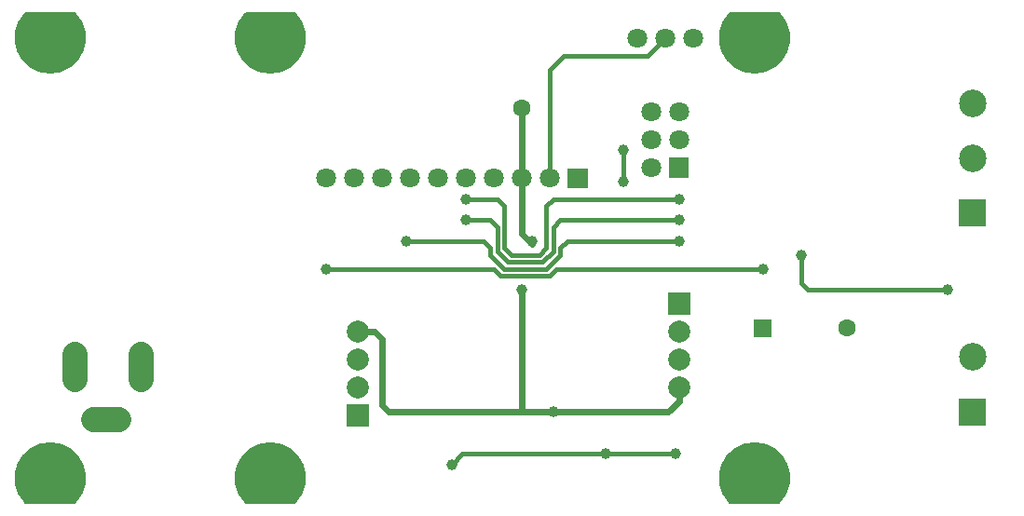
<source format=gbr>
%FSLAX34Y34*%
%MOMM*%
%LNCOPPER_TOP*%
G71*
G01*
%ADD10C, 2.500*%
%ADD11C, 1.800*%
%ADD12C, 1.600*%
%ADD13C, 2.200*%
%ADD14C, 2.300*%
%ADD15C, 2.000*%
%ADD16C, 1.800*%
%ADD17C, 1.800*%
%ADD18C, 1.000*%
%ADD19C, 0.400*%
%ADD20C, 0.200*%
%ADD21C, 0.600*%
%LPD*%
G36*
X903025Y136025D02*
X903025Y161025D01*
X928025Y161025D01*
X928025Y136025D01*
X903025Y136025D01*
G37*
X915525Y198525D02*
G54D10*
D03*
G36*
X903025Y317000D02*
X903025Y342000D01*
X928025Y342000D01*
X928025Y317000D01*
X903025Y317000D01*
G37*
X915525Y379500D02*
G54D10*
D03*
X915525Y429500D02*
G54D10*
D03*
G36*
X657825Y361775D02*
X639825Y361775D01*
X639825Y379775D01*
X657825Y379775D01*
X657825Y361775D01*
G37*
X623425Y370775D02*
G54D11*
D03*
X648825Y396175D02*
G54D11*
D03*
X623425Y396175D02*
G54D11*
D03*
X648825Y421575D02*
G54D11*
D03*
X623425Y421575D02*
G54D11*
D03*
G36*
X717025Y232725D02*
X733025Y232725D01*
X733025Y216725D01*
X717025Y216725D01*
X717025Y232725D01*
G37*
X801225Y224725D02*
G54D12*
D03*
X159875Y192975D02*
G54D13*
D03*
X159875Y186625D02*
G54D13*
D03*
X159875Y196150D02*
G54D13*
D03*
X159875Y183450D02*
G54D13*
D03*
X159875Y199325D02*
G54D13*
D03*
X159875Y180275D02*
G54D13*
D03*
X159875Y197737D02*
G54D13*
D03*
X159875Y194562D02*
G54D13*
D03*
X159875Y181862D02*
G54D13*
D03*
X159875Y191387D02*
G54D13*
D03*
X159875Y188212D02*
G54D13*
D03*
X159875Y185037D02*
G54D13*
D03*
X99550Y192975D02*
G54D13*
D03*
X99550Y186625D02*
G54D13*
D03*
X99550Y196150D02*
G54D13*
D03*
X99550Y183450D02*
G54D13*
D03*
X99550Y199325D02*
G54D13*
D03*
X99550Y180275D02*
G54D13*
D03*
X99550Y197737D02*
G54D13*
D03*
X99550Y194562D02*
G54D13*
D03*
X99550Y181862D02*
G54D13*
D03*
X99550Y191387D02*
G54D13*
D03*
X99550Y188212D02*
G54D13*
D03*
X99550Y185037D02*
G54D13*
D03*
X131300Y142175D02*
G54D13*
D03*
X124950Y142175D02*
G54D13*
D03*
X134475Y142175D02*
G54D13*
D03*
X121775Y142175D02*
G54D13*
D03*
X137650Y142175D02*
G54D13*
D03*
X118600Y142175D02*
G54D13*
D03*
X136062Y142175D02*
G54D13*
D03*
X132887Y142175D02*
G54D13*
D03*
X120187Y142175D02*
G54D13*
D03*
X129712Y142175D02*
G54D13*
D03*
X126537Y142175D02*
G54D13*
D03*
X123362Y142175D02*
G54D13*
D03*
G54D14*
X159875Y201300D02*
X159875Y178300D01*
G54D14*
X99550Y201300D02*
X99550Y178300D01*
G54D14*
X139625Y142175D02*
X116625Y142175D01*
G36*
X658825Y256950D02*
X658825Y236950D01*
X638825Y236950D01*
X638825Y256950D01*
X658825Y256950D01*
G37*
X648825Y221550D02*
G54D15*
D03*
X648825Y196150D02*
G54D15*
D03*
X648825Y170750D02*
G54D15*
D03*
G36*
X346725Y135350D02*
X346725Y155350D01*
X366725Y155350D01*
X366725Y135350D01*
X346725Y135350D01*
G37*
X356725Y170750D02*
G54D15*
D03*
X356725Y196150D02*
G54D15*
D03*
X356725Y221550D02*
G54D15*
D03*
X328150Y361250D02*
G54D16*
D03*
X353550Y361250D02*
G54D16*
D03*
X378950Y361250D02*
G54D16*
D03*
X404350Y361250D02*
G54D16*
D03*
X429750Y361250D02*
G54D16*
D03*
X455150Y361250D02*
G54D16*
D03*
X480550Y361250D02*
G54D16*
D03*
X505950Y361250D02*
G54D16*
D03*
X531350Y361250D02*
G54D16*
D03*
G36*
X547750Y370250D02*
X565750Y370250D01*
X565750Y352250D01*
X547750Y352250D01*
X547750Y370250D01*
G37*
X661525Y488250D02*
G54D17*
D03*
X636125Y488250D02*
G54D17*
D03*
X610725Y488250D02*
G54D17*
D03*
X401175Y304100D02*
G54D18*
D03*
G54D19*
G75*
G01X80975Y488650D02*
G03X80975Y488650I-3575J0D01*
G01*
G54D20*
G75*
G01X55002Y511048D02*
G03X99798Y511048I22398J-22398D01*
G01*
G36*
G75*
G01X55002Y511048D02*
G03X99798Y511048I22398J-22398D01*
G01*
G37*
X55002Y511048D01*
G54D20*
G75*
G01X255002Y511048D02*
G03X299798Y511048I22398J-22398D01*
G01*
G36*
G75*
G01X255002Y511048D02*
G03X299798Y511048I22398J-22398D01*
G01*
G37*
X255002Y511048D01*
G54D20*
G75*
G01X695002Y511048D02*
G03X739798Y511048I22398J-22398D01*
G01*
G36*
G75*
G01X695002Y511048D02*
G03X739798Y511048I22398J-22398D01*
G01*
G37*
X695002Y511048D01*
G54D20*
G75*
G01X739798Y66252D02*
G03X695002Y66252I-22398J22398D01*
G01*
G36*
G75*
G01X739798Y66252D02*
G03X695002Y66252I-22398J22398D01*
G01*
G37*
X739798Y66252D01*
G54D20*
G75*
G01X299798Y66252D02*
G03X255002Y66252I-22398J22398D01*
G01*
G36*
G75*
G01X299798Y66252D02*
G03X255002Y66252I-22398J22398D01*
G01*
G37*
X299798Y66252D01*
G54D20*
G75*
G01X99798Y66252D02*
G03X55002Y66252I-22398J22398D01*
G01*
G36*
G75*
G01X99798Y66252D02*
G03X55002Y66252I-22398J22398D01*
G01*
G37*
X99798Y66252D01*
X515475Y304100D02*
G54D18*
D03*
X598025Y358075D02*
G54D18*
D03*
X598025Y386650D02*
G54D18*
D03*
G54D19*
X598025Y358075D02*
X598025Y386650D01*
G54D21*
X505950Y361250D02*
X505950Y310450D01*
X515475Y300925D01*
G54D19*
X648825Y342200D02*
X534525Y342200D01*
X528175Y335850D01*
X528175Y297750D01*
X521825Y291400D01*
X496425Y291400D01*
X490075Y297750D01*
X490075Y335850D01*
X483725Y342200D01*
X455150Y342200D01*
G54D19*
X455150Y323150D02*
X477375Y323150D01*
X483725Y316800D01*
X483725Y294575D01*
X493250Y285050D01*
X525000Y285050D01*
X534525Y294575D01*
X534525Y316800D01*
X540875Y323150D01*
X648825Y323150D01*
G54D19*
X401175Y304100D02*
X471025Y304100D01*
X477375Y297750D01*
X477375Y291400D01*
X490075Y278700D01*
X528175Y278700D01*
X540875Y291400D01*
X540875Y297750D01*
X547225Y304100D01*
X648825Y304100D01*
X455150Y323150D02*
G54D18*
D03*
X455150Y342200D02*
G54D18*
D03*
X648825Y342200D02*
G54D18*
D03*
X648825Y323150D02*
G54D18*
D03*
X648825Y304100D02*
G54D18*
D03*
G54D19*
X328150Y278700D02*
X480550Y278700D01*
X486900Y272350D01*
X531350Y272350D01*
X537700Y278700D01*
X725025Y278700D01*
X328150Y278700D02*
G54D18*
D03*
X725025Y278700D02*
G54D18*
D03*
X505950Y259650D02*
G54D18*
D03*
X534525Y148525D02*
G54D18*
D03*
G54D21*
X534525Y148525D02*
X639300Y148525D01*
X648825Y158050D01*
X645650Y110425D02*
G54D18*
D03*
X442450Y100900D02*
G54D18*
D03*
G54D19*
X645650Y110425D02*
X451975Y110425D01*
X442450Y100900D01*
G54D21*
X505950Y221550D02*
X505950Y148525D01*
X534525Y148525D01*
X505950Y424750D02*
G54D12*
D03*
G54D21*
X505950Y361250D02*
X505950Y424750D01*
G54D19*
X531350Y361250D02*
X531350Y459675D01*
X544050Y472375D01*
X620250Y472375D01*
X636125Y488250D01*
X582150Y110425D02*
G54D18*
D03*
X759950Y291400D02*
G54D18*
D03*
X893300Y259650D02*
G54D18*
D03*
G54D19*
X759950Y291400D02*
X759950Y266000D01*
X766300Y259650D01*
X893300Y259650D01*
G54D21*
X505950Y259650D02*
X505950Y221550D01*
G54D21*
X505950Y148525D02*
X385300Y148525D01*
X378950Y154875D01*
X378950Y215200D01*
X372600Y221550D01*
X356725Y221550D01*
G54D21*
X648825Y158050D02*
X648825Y170750D01*
M02*

</source>
